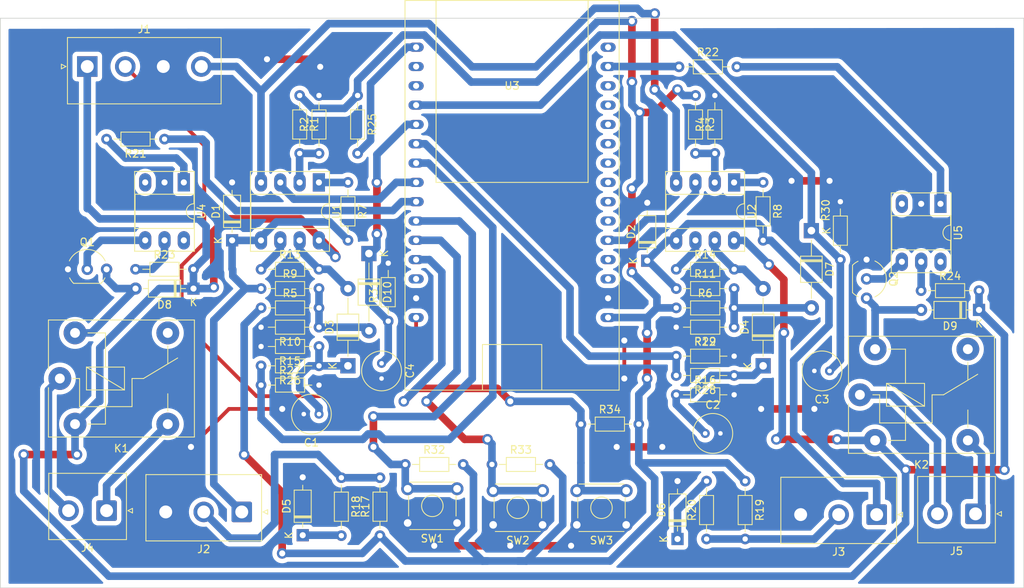
<source format=kicad_pcb>
(kicad_pcb (version 20211014) (generator pcbnew)
  (layers (0 "F.Cu" signal) (31 "B.Cu" signal) (34 "B.Paste" user) (35 "F.Paste" user) (36 "B.SilkS" user "B.Silkscreen") (37 "F.SilkS" user "F.Silkscreen") (38 "B.Mask" user) (39 "F.Mask" user) (44 "Edge.Cuts" user))
  (net 0 "")
  (net 1 "GND")
  (net 2 "-12V")
  (net 3 "+12V")
  (net 4 "+5V")
  (net 5 "/CP1_OUT")
  (net 6 "/CP2_OUT")
  (net 7 "Net-(D3-Pad2)")
  (net 8 "Net-(D4-Pad2)")
  (net 9 "/PP1_SENS")
  (net 10 "/PP2_SENS")
  (net 11 "Net-(D8-Pad2)")
  (net 12 "Net-(D9-Pad2)")
  (net 13 "/PP1_OUT")
  (net 14 "/PP2_OUT")
  (net 15 "Net-(Q1-Pad2)")
  (net 16 "Net-(Q2-Pad2)")
  (net 17 "+3V3")
  (net 18 "Net-(R1-Pad2)")
  (net 19 "Net-(R3-Pad2)")
  (net 20 "/CP1_SENS")
  (net 21 "/CP2_SENS")
  (net 22 "Net-(R7-Pad1)")
  (net 23 "Net-(R8-Pad1)")
  (net 24 "Net-(R13-Pad1)")
  (net 25 "Net-(R14-Pad1)")
  (net 26 "/Charge1")
  (net 27 "Net-(R21-Pad2)")
  (net 28 "/Charge2")
  (net 29 "Net-(R22-Pad2)")
  (net 30 "Net-(R23-Pad1)")
  (net 31 "Net-(R24-Pad1)")
  (net 32 "/CP1_PWM")
  (net 33 "/CP2_PWM")
  (net 34 "Net-(C1-Pad1)")
  (net 35 "Net-(C2-Pad1)")
  (net 37 "Net-(D7-Pad2)")
  (net 38 "/cambia_corriente")
  (net 39 "Net-(D10-Pad2)")
  (net 40 "/inicio_carga")
  (net 41 "/fin_carga")
  (net 42 "Net-(R25-Pad2)")
  (net 44 "/PWM1_Changed")
  (net 46 "/PWM2_Changed")
  (net 59 "/CP1_SENS2")
  (net 60 "/CP2_SENS2")
  (net 61 "/Neutral_1")
  (net 62 "/Neutral_2")
  (net 63 "/L1_1")
  (net 64 "/L1_2")
  (footprint "Resistor_THT:R_Axial_DIN0204_L3.6mm_D1.6mm_P7.62mm_Horizontal" (layer "F.Cu") (at 151.29 108)
    (fp_text reference "R34")
    (fp_text value "10k")
  )
  (footprint "Capacitor_THT:C_Radial_D5.0mm_H7.0mm_P2.00mm" (layer "F.Cu") (at 184 101 180)
    (fp_text reference "C3")
    (fp_text value "22u")
  )
  (footprint "Resistor_THT:R_Axial_DIN0204_L3.6mm_D1.6mm_P7.62mm_Horizontal" (layer "F.Cu") (at 163.83 90.17)
    (fp_text reference "R11")
    (fp_text value "300k")
  )
  (footprint "Resistor_THT:R_Axial_DIN0204_L3.6mm_D1.6mm_P7.62mm_Horizontal" (layer "F.Cu") (at 167.82 123.11 90)
    (fp_text reference "R20")
    (fp_text value "10k")
  )
  (footprint "Button_Switch_THT:SW_TH_Tactile_Omron_B3F-10xx" (layer "F.Cu") (at 146.25 121.25 180)
    (fp_text reference "SW2")
    (fp_text value "SW_MEC_5E")
  )
  (footprint "Resistor_THT:R_Axial_DIN0204_L3.6mm_D1.6mm_P7.62mm_Horizontal" (layer "F.Cu") (at 166.37 64.77 -90)
    (fp_text reference "R3")
    (fp_text value "100k")
  )
  (footprint "Resistor_THT:R_Axial_DIN0204_L3.6mm_D1.6mm_P7.62mm_Horizontal" (layer "F.Cu") (at 196.04 90.44)
    (fp_text reference "R24")
    (fp_text value "1k")
  )
  (footprint "Resistor_THT:R_Axial_DIN0204_L3.6mm_D1.6mm_P7.62mm_Horizontal" (layer "F.Cu") (at 119.78 115.05 -90)
    (fp_text reference "R18")
    (fp_text value "10k")
  )
  (footprint "Capacitor_THT:C_Radial_D5.0mm_H7.0mm_P2.00mm" (layer "F.Cu") (at 125.07 100 -90)
    (fp_text reference "C4")
    (fp_text value "22u")
  )
  (footprint "Connector_JST:JST_NV_B02P-NV_1x02_P5.00mm_Vertical" (layer "F.Cu") (at 203.2 119.8 180)
    (fp_text reference "J5")
    (fp_text value "Conn_01x02_Female")
  )
  (footprint "Resistor_THT:R_Axial_DIN0204_L3.6mm_D1.6mm_P7.62mm_Horizontal" (layer "F.Cu") (at 171.45 101.6 180)
    (fp_text reference "R28")
    (fp_text value "300k")
  )
  (footprint "Diode_THT:D_T-1_P10.16mm_Horizontal" (layer "F.Cu") (at 120.65 100.33 90)
    (fp_text reference "D3")
    (fp_text value "D")
  )
  (footprint "Resistor_THT:R_Axial_DIN0204_L3.6mm_D1.6mm_P7.62mm_Horizontal" (layer "F.Cu") (at 125.95 94.45 90)
    (fp_text reference "R31")
    (fp_text value "10k")
  )
  (footprint "Connector_JST:JST_NV_B04P-NV_1x04_P5.00mm_Vertical" (layer "F.Cu") (at 86.36 60.96)
    (fp_text reference "J1")
    (fp_text value "Conn_01x04_Female")
  )
  (footprint "Resistor_THT:R_Axial_DIN0204_L3.6mm_D1.6mm_P7.62mm_Horizontal" (layer "F.Cu") (at 185.42 86.36 90)
    (fp_text reference "R30")
    (fp_text value "10k")
  )
  (footprint "Resistor_THT:R_Axial_DIN0204_L3.6mm_D1.6mm_P7.62mm_Horizontal" (layer "F.Cu") (at 172.9 115.49 -90)
    (fp_text reference "R19")
    (fp_text value "1k")
  )
  (footprint "Resistor_THT:R_Axial_DIN0204_L3.6mm_D1.6mm_P7.62mm_Horizontal" (layer "F.Cu") (at 109.22 102.87)
    (fp_text reference "R27")
    (fp_text value "100k")
  )
  (footprint "Resistor_THT:R_Axial_DIN0204_L3.6mm_D1.6mm_P7.62mm_Horizontal" (layer "F.Cu") (at 109.22 92.71)
    (fp_text reference "R5")
    (fp_text value "82k")
  )
  (footprint "Package_DIP:DIP-8_W7.62mm_Socket_LongPads" (layer "F.Cu") (at 116.83 76.21 -90)
    (fp_text reference "U1")
    (fp_text value "LM358")
  )
  (footprint "Connector_JST:JST_NV_B02P-NV_1x02_P5.00mm_Vertical" (layer "F.Cu") (at 88.9 119.38 180)
    (fp_text reference "J4")
    (fp_text value "Conn_01x02_Female")
  )
  (footprint "Resistor_THT:R_Axial_DIN0204_L3.6mm_D1.6mm_P7.62mm_Horizontal" (layer "F.Cu") (at 163.83 92.71)
    (fp_text reference "R6")
    (fp_text value "82k")
  )
  (footprint "Connector_JST:JST_NV_B03P-NV_1x03_P5.00mm_Vertical" (layer "F.Cu") (at 106.68 119.55 180)
    (fp_text reference "J2")
    (fp_text value "Conn_01x03_Female")
  )
  (footprint "Button_Switch_THT:SW_TH_Tactile_Omron_B3F-10xx" (layer "F.Cu") (at 135 121 180)
    (fp_text reference "SW1")
    (fp_text value "SW_MEC_5E")
  )
  (footprint "Resistor_THT:R_Axial_DIN0204_L3.6mm_D1.6mm_P7.62mm_Horizontal" (layer "F.Cu") (at 171.45 95.25 180)
    (fp_text reference "R12")
    (fp_text value "100k")
  )
  (footprint "Resistor_THT:R_Axial_DIN0204_L3.6mm_D1.6mm_P7.62mm_Horizontal" (layer "F.Cu") (at 163.83 104.14)
    (fp_text reference "R16")
    (fp_text value "10k")
  )
  (footprint "Resistor_THT:R_Axial_DIN0204_L3.6mm_D1.6mm_P7.62mm_Horizontal" (layer "F.Cu") (at 139.59 113.3)
    (fp_text reference "R33")
    (fp_text value "10k")
  )
  (footprint "ipsotron:ESP32_Devkit_v1_doit_30pin" (layer "F.Cu") (at 142.24 76.2 -90)
    (fp_text reference "U3")
    (fp_text value "esp32_devkit_v1_doit")
  )
  (footprint "Package_TO_SOT_THT:TO-92_Inline_Wide" (layer "F.Cu") (at 83.82 87.63)
    (fp_text reference "Q1")
    (fp_text value "2N3904")
  )
  (footprint "Diode_THT:D_T-1_P10.16mm_Horizontal" (layer "F.Cu") (at 181.61 82.55 -90)
    (fp_text reference "D7")
    (fp_text value "D")
  )
  (footprint "Resistor_THT:R_Axial_DIN0204_L3.6mm_D1.6mm_P7.62mm_Horizontal" (layer "F.Cu") (at 175.26 76.2 -90)
    (fp_text reference "R8")
    (fp_text value "910")
  )
  (footprint "Relay_THT:Relay_SPDT_Finder_36.11" (layer "F.Cu") (at 187.99 104.14)
    (fp_text reference "K2")
    (fp_text value "FINDER-36.11")
  )
  (footprint "Resistor_THT:R_Axial_DIN0204_L3.6mm_D1.6mm_P7.62mm_Horizontal" (layer "F.Cu") (at 116.84 95.25 180)
    (fp_text reference "R10")
    (fp_text value "100k")
  )
  (footprint "Resistor_THT:R_Axial_DIN0204_L3.6mm_D1.6mm_P7.62mm_Horizontal" (layer "F.Cu") (at 121.92 64.77 -90)
    (fp_text reference "R25")
    (fp_text value "1k")
  )
  (footprint "Resistor_THT:R_Axial_DIN0204_L3.6mm_D1.6mm_P7.62mm_Horizontal" (layer "F.Cu") (at 92.71 87.63)
    (fp_text reference "R23")
    (fp_text value "1k")
  )
  (footprint "Resistor_THT:R_Axial_DIN0204_L3.6mm_D1.6mm_P7.62mm_Horizontal" (layer "F.Cu") (at 116.84 100.33 180)
    (fp_text reference "R26")
    (fp_text value "300k")
  )
  (footprint "Resistor_THT:R_Axial_DIN0204_L3.6mm_D1.6mm_P7.62mm_Horizontal" (layer "F.Cu") (at 164.19 61)
    (fp_text reference "R22")
    (fp_text value "1k")
  )
  (footprint "Package_DIP:DIP-8_W7.62mm_Socket_LongPads" (layer "F.Cu") (at 171.44 76.21 -90)
    (fp_text reference "U2")
    (fp_text value "LM358")
  )
  (footprint "Resistor_THT:R_Axial_DIN0204_L3.6mm_D1.6mm_P7.62mm_Horizontal" (layer "F.Cu") (at 116.84 72.39 90)
    (fp_text reference "R2")
    (fp_text value "100k")
  )
  (footprint "Resistor_THT:R_Axial_DIN0204_L3.6mm_D1.6mm_P7.62mm_Horizontal" (layer "F.Cu") (at 128.19 113.3)
    (fp_text reference "R32")
    (fp_text value "10k")
  )
  (footprint "Resistor_THT:R_Axial_DIN0204_L3.6mm_D1.6mm_P7.62mm_Horizontal" (layer "F.Cu") (at 163.83 99.06)
    (fp_text reference "R29")
    (fp_text value "100k")
  )
  (footprint "Resistor_THT:R_Axial_DIN0204_L3.6mm_D1.6mm_P7.62mm_Horizontal" (layer "F.Cu") (at 168.91 72.39 90)
    (fp_text reference "R4")
    (fp_text value "100k")
  )
  (footprint "Resistor_THT:R_Axial_DIN0204_L3.6mm_D1.6mm_P7.62mm_Horizontal" (layer "F.Cu") (at 114.3 64.77 -90)
    (fp_text reference "R1")
    (fp_text value "100k")
  )
  (footprint "Connector_JST:JST_NV_B03P-NV_1x03_P5.00mm_Vertical" (layer "F.Cu") (at 190.1975 119.9 180)
    (fp_text reference "J3")
    (fp_text value "Conn_01x03_Female")
  )
  (footprint "Diode_THT:D_DO-35_SOD27_P7.62mm_Horizontal" (layer "F.Cu") (at 164 123.11 90)
    (fp_text reference "D6")
    (fp_text value "1N4148")
  )
  (footprint "Package_DIP:DIP-6_W7.62mm_Socket_LongPads" (layer "F.Cu") (at 99.06 76.2 -90)
    (fp_text reference "U4")
    (fp_text value "4N35")
  )
  (footprint "Resistor_THT:R_Axial_DIN0204_L3.6mm_D1.6mm_P7.62mm_Horizontal" (layer "F.Cu") (at 116.84 97.79 180)
    (fp_text reference "R15")
    (fp_text value "10k")
  )
  (footprint "Capacitor_THT:C_Radial_D5.0mm_H7.0mm_P2.00mm" (layer "F.Cu") (at 167.64 109.22)
    (fp_text reference "C2")
    (fp_text value "22u")
  )
  (footprint "Relay_THT:Relay_SPDT_Finder_36.11" (layer "F.Cu") (at 82.75 102)
    (fp_text reference "K1")
    (fp_text value "FINDER-36.11")
  )
  (footprint "Diode_THT:D_DO-35_SOD27_P7.62mm_Horizontal" (layer "F.Cu") (at 203.66 92.98 180)
    (fp_text reference "D9")
    (fp_text value "D")
  )
  (footprint "Package_TO_SOT_THT:TO-92_Inline_Wide" (layer "F.Cu") (at 188.87 86.36 -90)
    (fp_text reference "Q2")
    (fp_text value "2N3904")
  )
  (footprint "Capacitor_THT:C_Radial_D5.0mm_H7.0mm_P2.00mm" (layer "F.Cu") (at 116.84 106.68 180)
    (fp_text reference "C1")
    (fp_text value "22u")
  )
  (footprint "Diode_THT:D_T-1_P10.16mm_Horizontal" (layer "F.Cu") (at 175.26 100.33 90)
    (fp_text reference "D4")
    (fp_text value "D")
  )
  (footprint "Diode_THT:D_DO-35_SOD27_P7.62mm_Horizontal" (layer "F.Cu") (at 100.33 90.17 180)
    (fp_text reference "D8")
    (fp_text value "D")
  )
  (footprint "Package_DIP:DIP-6_W7.62mm_Socket_LongPads" (layer "F.Cu") (at 198.59 79.02 -90)
    (fp_text reference "U5")
    (fp_text value "4N35")
  )
  (footprint "Button_Switch_THT:SW_TH_Tactile_Omron_B3F-10xx" (layer "F.Cu") (at 157.25 121.25 180)
    (fp_text reference "SW3")
    (fp_text value "SW_MEC_5E")
  )
  (footprint "Resistor_THT:R_Axial_DIN0204_L3.6mm_D1.6mm_P7.62mm_Horizontal" (layer "F.Cu") (at 120.65 76.2 -90)
    (fp_text reference "R7")
    (fp_text value "910")
  )
  (footprint "Diode_THT:D_DO-35_SOD27_P7.62mm_Horizontal" (layer "F.Cu") (at 105.41 83.82 90)
    (fp_text reference "D1")
    (fp_text value "D_TVS")
  )
  (footprint "Diode_THT:D_T-1_P10.16mm_Horizontal" (layer "F.Cu") (at 123.41 85.56 -90)
    (fp_text reference "D10")
    (fp_text value "D")
  )
  (footprint "Resistor_THT:R_Axial_DIN0204_L3.6mm_D1.6mm_P7.62mm_Horizontal" (layer "F.Cu") (at 109.22 87.63)
    (fp_text reference "R13")
    (fp_text value "10k")
  )
  (footprint "Resistor_THT:R_Axial_DIN0204_L3.6mm_D1.6mm_P7.62mm_Horizontal" (layer "F.Cu") (at 96.52 70.51 180)
    (fp_text reference "R21")
    (fp_text value "1k")
  )
  (footprint "Diode_THT:D_DO-35_SOD27_P7.62mm_Horizontal" (layer "F.Cu") (at 160.02 86.5 90)
    (fp_text reference "D2")
    (fp_text value "D_TVS")
  )
  (footprint "Resistor_THT:R_Axial_DIN0204_L3.6mm_D1.6mm_P7.62mm_Horizontal" (layer "F.Cu") (at 109.22 90.17)
    (fp_text reference "R9")
    (fp_text value "300k")
  )
  (footprint "Resistor_THT:R_Axial_DIN0204_L3.6mm_D1.6mm_P7.62mm_Horizontal" (layer "F.Cu") (at 124.86 122.67 90)
    (fp_text reference "R17")
    (fp_text value "1k")
  )
  (footprint "Diode_THT:D_DO-35_SOD27_P7.62mm_Horizontal" (layer "F.Cu") (at 114.7 122.61 90)
    (fp_text reference "D5")
    (fp_text value "1N4148")
  )
  (footprint "Resistor_THT:R_Axial_DIN0204_L3.6mm_D1.6mm_P7.62mm_Horizontal" (layer "F.Cu") (at 163.83 87.63)
    (fp_text reference "R14")
    (fp_text value "10k")
  )
  (gr_line (start 74.93 129.54) (end 74.93 54.61) (layer "Edge.Cuts") (width 0.1))
  (gr_line (start 209.55 129.54) (end 74.93 129.54) (layer "Edge.Cuts") (width 0.1))
  (gr_line (start 74.93 54.61) (end 209.55 54.61) (layer "Edge.Cuts") (width 0.1))
  (gr_line (start 209.55 54.61) (end 209.55 129.54) (layer "Edge.Cuts") (width 0.1))
  (segment (start 179 76) (end 184 76) (width 1) (layer "F.Cu") (net 1))
  (segment (start 142 124) (end 132 124) (width 1) (layer "F.Cu") (net 1))
  (segment (start 175 106) (end 182 106) (width 1) (layer "F.Cu") (net 1))
  (segment (start 105 106) (end 112 106) (width 0.5) (layer "F.Cu") (net 1))
  (segment (start 156 111) (end 162 111) (width 1) (layer "F.Cu") (net 1))
  (segment (start 150 124) (end 142 124) (width 1) (layer "F.Cu") (net 1))
  (segment (start 100 111) (end 105 106) (width 0.5) (layer "F.Cu") (net 1))
  (segment (start 110 60) (end 116 60) (width 1) (layer "F.Cu") (net 1))
  (segment (start 116 60) (end 117 61) (width 1) (layer "F.Cu") (net 1))
  (segment (start 157 97) (end 157 102) (width 0.5) (layer "F.Cu") (net 1))
  (via (at 175 106) (size 1.4) (drill 0.8) (layers "F.Cu" "B.Cu") (net 1))
  (via (at 132 124) (size 1.4) (drill 0.8) (layers "F.Cu" "B.Cu") (net 1))
  (via (at 182 106) (size 1.4) (drill 0.8) (layers "F.Cu" "B.Cu") (net 1))
  (via (at 142 124) (size 1.4) (drill 0.8) (layers "F.Cu" "B.Cu") (net 1))
  (via (at 110 60) (size 1.4) (drill 0.8) (layers "F.Cu" "B.Cu") (net 1))
  (via (at 184 76) (size 1.4) (drill 0.8) (layers "F.Cu" "B.Cu") (net 1))
  (via (at 157 102) (size 1.4) (drill 0.8) (layers "F.Cu" "B.Cu") (net 1))
  (via (at 100 111) (size 1.4) (drill 0.8) (layers "F.Cu" "B.Cu") (net 1))
  (via (at 117 61) (size 1.4) (drill 0.8) (layers "F.Cu" "B.Cu") (net 1))
  (via (at 179 76) (size 1.4) (drill 0.8) (layers "F.Cu" "B.Cu") (net 1))
  (via (at 150 124) (size 1.4) (drill 0.8) (layers "F.Cu" "B.Cu") (net 1))
  (via (at 156 111) (size 1.4) (drill 0.8) (layers "F.Cu" "B.Cu") (net 1))
  (via (at 157 97) (size 1.4) (drill 0.8) (layers "F.Cu" "B.Cu") (net 1))
  (via (at 112 106) (size 1.4) (drill 0.8) (layers "F.Cu" "B.Cu") (net 1))
  (via (at 162 111) (size 1.4) (drill 0.8) (layers "F.Cu" "B.Cu") (net 1))
  (segment (start 161 64) (end 161 54) (width 1) (layer "F.Cu") (net 2))
  (via (at 161 64) (size 1.4) (drill 0.8) (layers "F.Cu" "B.Cu") (net 2))
  (via (at 161 54) (size 1.4) (drill 0.8) (layers "F.Cu" "B.Cu") (net 2))
  (segment (start 101.36 60.96) (end 105.96 60.96) (width 1) (layer "B.Cu") (net 2))
  (segment (start 105.96 60.96) (end 109.21 64.21) (width 1) (layer "B.Cu") (net 2))
  (segment (start 153.081166 53.300489) (end 145.381655 61) (width 1) (layer "B.Cu") (net 2))
  (segment (start 109.21 64.21) (end 109.21 76.21) (width 1) (layer "B.Cu") (net 2))
  (segment (start 145.381655 61) (end 136.977704 61) (width 1) (layer "B.Cu") (net 2))
  (segment (start 136.977704 61) (end 131.298664 55.32096) (width 1) (layer "B.Cu") (net 2))
  (segment (start 158.703962 53.300489) (end 153.081166 53.300489) (width 1) (layer "B.Cu") (net 2))
  (segment (start 163.82 76.21) (end 163.82 66.82) (width 1) (layer "B.Cu") (net 2))
  (segment (start 161 54) (end 159.403473 54) (width 1) (layer "B.Cu") (net 2))
  (segment (start 163.82 66.82) (end 161 64) (width 1) (layer "B.Cu") (net 2))
  (segment (start 118.09904 55.32096) (end 109.21 64.21) (width 1) (layer "B.Cu") (net 2))
  (segment (start 159.403473 54) (end 158.703962 53.300489) (width 1) (layer "B.Cu") (net 2))
  (segment (start 131.298664 55.32096) (end 118.09904 55.32096) (width 1) (layer "B.Cu") (net 2))
  (segment (start 194 114) (end 207 114) (width 1) (layer "F.Cu") (net 3))
  (segment (start 177.989897 95.989883) (end 177.989897 88.989897) (width 1) (layer "F.Cu") (net 3))
  (segment (start 177.989897 88.989897) (end 176 87) (width 1) (layer "F.Cu") (net 3))
  (segment (start 103 82.630978) (end 103 90) (width 1) (layer "F.Cu") (net 3))
  (segment (start 78 112) (end 85 112) (width 1) (layer "F.Cu") (net 3))
  (segment (start 119 85.595095) (end 114.404905 81) (width 1) (layer "F.Cu") (net 3))
  (segment (start 177 110) (end 185 110) (width 1) (layer "F.Cu") (net 3))
  (segment (start 119 86) (end 119 85.595095) (width 1) (layer "F.Cu") (net 3))
  (segment (start 114.404905 81) (end 104.630978 81) (width 1) (layer "F.Cu") (net 3))
  (segment (start 104.630978 81) (end 103 82.630978) (width 1) (layer "F.Cu") (net 3))
  (via (at 85 112) (size 1.4) (drill 0.8) (layers "F.Cu" "B.Cu") (net 3))
  (via (at 185 110) (size 1.4) (drill 0.8) (layers "F.Cu" "B.Cu") (net 3))
  (via (at 78 112) (size 1.4) (drill 0.8) (layers "F.Cu" "B.Cu") (net 3))
  (via (at 176 87) (size 1.4) (drill 0.8) (layers "F.Cu" "B.Cu") (net 3))
  (via (at 177.989897 95.989883) (size 1.4) (drill 0.8) (layers "F.Cu" "B.Cu") (net 3))
  (via (at 194 114) (size 1.4) (drill 0.8) (layers "F.Cu" "B.Cu") (net 3))
  (via (at 103 90) (size 1.4) (drill 0.8) (layers "F.Cu" "B.Cu") (net 3))
  (via (at 119 86) (size 1.4) (drill 0.8) (layers "F.Cu" "B.Cu") (net 3))
  (via (at 177 110) (size 1.4) (drill 0.8) (layers "F.Cu" "B.Cu") (net 3))
  (via (at 207 114) (size 1.4) (drill 0.8) (layers "F.Cu" "B.Cu") (net 3))
  (segment (start 87.75 105) (end 84.75 108) (width 1) (layer "B.Cu") (net 3))
  (segment (start 116.83 83.83) (end 119 86) (width 1) (layer "B.Cu") (net 3))
  (segment (start 193.85 114) (end 194 114) (width 1) (layer "B.Cu") (net 3))
  (segment (start 207 114) (end 207 96.32) (width 1) (layer "B.Cu") (net 3))
  (segment (start 177.989897 95.989883) (end 177.780969 96.198811) (width 1) (layer "B.Cu") (net 3))
  (segment (start 95.83 90.17) (end 88 98) (width 1) (layer "B.Cu") (net 3))
  (segment (start 100.33 90.17) (end 102.83 90.17) (width 1) (layer "B.Cu") (net 3))
  (segment (start 189.99 110.14) (end 193.85 114) (width 1) (layer "B.Cu") (net 3))
  (segment (start 207 96.32) (end 203.66 92.98) (width 1) (layer "B.Cu") (net 3))
  (segment (start 171.44 83.83) (end 172.83 83.83) (width 1) (layer "B.Cu") (net 3))
  (segment (start 86.36 79.64) (end 86.36 60.96) (width 1) (layer "B.Cu") (net 3))
  (segment (start 177.780969 109.219031) (end 177 110) (width 1) (layer "B.Cu") (net 3))
  (segment (start 187 128) (end 194 121) (width 1) (layer "B.Cu") (net 3))
  (segment (start 185.14 110.14) (end 185 110) (width 1) (layer "B.Cu") (net 3))
  (segment (start 102 82) (end 101 81) (width 1) (layer "B.Cu") (net 3))
  (segment (start 102.83 90.17) (end 103 90) (width 1) (layer "B.Cu") (net 3))
  (segment (start 84.75 108) (end 84.75 111.75) (width 1) (layer "B.Cu") (net 3))
  (segment (start 203.66 90.44) (end 203.66 92.98) (width 1) (layer "B.Cu") (net 3))
  (segment (start 189.99 110.14) (end 185.14 110.14) (width 1) (layer "B.Cu") (net 3))
  (segment (start 88 98) (end 88 105) (width 1) (layer "B.Cu") (net 3))
  (segment (start 194 121) (end 194 114) (width 1) (layer "B.Cu") (net 3))
  (segment (start 100.33 90.17) (end 95.83 90.17) (width 1) (layer "B.Cu") (net 3))
  (segment (start 102 85.96) (end 102 82) (width 1) (layer "B.Cu") (net 3))
  (segment (start 172.83 83.83) (end 176 87) (width 1) (layer "B.Cu") (net 3))
  (segment (start 86.36 79.64) (end 86.64 79.64) (width 1) (layer "B.Cu") (net 3))
  (segment (start 78 116.802711) (end 89.197289 128) (width 1) (layer "B.Cu") (net 3))
  (segment (start 100.33 87.63) (end 100.33 90.17) (width 1) (layer "B.Cu") (net 3))
  (segment (start 100.33 87.63) (end 102 85.96) (width 1) (layer "B.Cu") (net 3))
  (segment (start 85 112) (end 84.75 111.75) (width 1) (layer "B.Cu") (net 3))
  (segment (start 78 112) (end 78 116.802711) (width 1) (layer "B.Cu") (net 3))
  (segment (start 89.197289 128) (end 187 128) (width 1) (layer "B.Cu") (net 3))
  (segment (start 88 105) (end 87.75 105) (width 1) (layer "B.Cu") (net 3))
  (segment (start 86.64 79.64) (end 88 81) (width 1) (layer "B.Cu") (net 3))
  (segment (start 177.780969 96.198811) (end 177.780969 109.219031) (width 1) (layer "B.Cu") (net 3))
  (segment (start 101 81) (end 88 81) (width 1) (layer "B.Cu") (net 3))
  (segment (start 129.615 99.385) (end 129.615 93.98) (width 0.5) (layer "F.Cu") (net 4))
  (segment (start 98.780489 94.480408) (end 108.619592 104.319511) (width 0.5) (layer "F.Cu") (net 4))
  (segment (start 91.36 60.96) (end 101.75048 71.35048) (width 0.5) (layer "F.Cu") (net 4))
  (segment (start 101.75048 84.159601) (end 98.780489 87.129592) (width 0.5) (layer "F.Cu") (net 4))
  (segment (start 101.75048 71.35048) (end 101.75048 84.159601) (width 0.5) (layer "F.Cu") (net 4))
  (segment (start 108.619592 104.319511) (end 124.680489 104.319511) (width 0.5) (layer "F.Cu") (net 4))
  (segment (start 124.680489 104.319511) (end 129.615 99.385) (width 0.5) (layer "F.Cu") (net 4))
  (segment (start 98.780489 87.129592) (end 98.780489 94.480408) (width 0.5) (layer "F.Cu") (net 4))
  (segment (start 105.5 87.68) (end 105.5 88.5) (width 1) (layer "B.Cu") (net 5))
  (segment (start 109.22 90.17) (end 107.17 90.17) (width 1) (layer "B.Cu") (net 5))
  (segment (start 105.42 83.83) (end 105.41 83.82) (width 1) (layer "B.Cu") (net 5))
  (segment (start 109.21 83.425095) (end 109.21 83.83) (width 1) (layer "B.Cu") (net 5))
  (segment (start 105.41 87.59) (end 105.5 87.68) (width 1) (layer "B.Cu") (net 5))
  (segment (start 105.41 87.59) (end 105.41 83.82) (width 1) (layer "B.Cu") (net 5))
  (segment (start 103 115.87) (end 103 94.34) (width 1) (layer "B.Cu") (net 5))
  (segment (start 103 94.34) (end 107.17 90.17) (width 1) (layer "B.Cu") (net 5))
  (segment (start 107.17 90.17) (end 105.5 88.5) (width 1) (layer "B.Cu") (net 5))
  (segment (start 111.226535 81.40856) (end 109.21 83.425095) (width 1) (layer "B.Cu") (net 5))
  (segment (start 120.65 83.82) (end 118.23856 81.40856) (width 1) (layer "B.Cu") (net 5))
  (segment (start 106.68 119.55) (end 103 115.87) (width 1) (layer "B.Cu") (net 5))
  (segment (start 109.21 83.83) (end 105.42 83.83) (width 1) (layer "B.Cu") (net 5))
  (segment (start 118.23856 81.40856) (end 111.226535 81.40856) (width 1) (layer "B.Cu") (net 5))
  (segment (start 179.280489 99.639991) (end 179.280489 109.280489) (width 1) (layer "B.Cu") (net 6))
  (segment (start 175.26 83.82) (end 176.249949 83.82) (width 1) (layer "B.Cu") (net 6))
  (segment (start 163.82 83.83) (end 162.69 83.83) (width 1) (layer "B.Cu") (net 6))
  (segment (start 190.1975 115.804471) (end 190.1975 119.9) (width 1) (layer "B.Cu") (net 6))
  (segment (start 160.02 86.5) (end 160.16 86.5) (width 1) (layer "B.Cu") (net 6))
  (segment (start 165.36952 81.63048) (end 174.63048 81.63048) (width 1) (layer "B.Cu") (net 6))
  (segment (start 183.92048 91.490531) (end 183.92048 95) (width 1) (layer "B.Cu") (net 6))
  (segment (start 185.804471 115.804471) (end 190.1975 115.804471) (width 1) (layer "B.Cu") (net 6))
  (segment (start 179.280489 109.280489) (end 185.804471 115.804471) (width 1) (layer "B.Cu") (net 6))
  (segment (start 162.69 83.83) (end 160.02 86.5) (width 1) (layer "B.Cu") (net 6))
  (segment (start 175.26 83.82) (end 175.26 82.26) (width 1) (layer "B.Cu") (net 6))
  (segment (start 163.82 83.18) (end 165.36952 81.63048) (width 1) (layer "B.Cu") (net 6))
  (segment (start 175.26 82.26) (end 174.63048 81.63048) (width 1) (layer "B.Cu") (net 6))
  (segment (start 183.92048 95) (end 179.280489 99.639991) (width 1) (layer "B.Cu") (net 6))
  (segment (start 163.82 83.83) (end 163.82 83.18) (width 1) (layer "B.Cu") (net 6))
  (segment (start 176.249949 83.82) (end 183.92048 91.490531) (width 1) (layer "B.Cu") (net 6))
  (segment (start 160.16 86.5) (end 163.83 90.17) (width 1) (layer "B.Cu") (net 6))
  (segment (start 116.84 87.63) (end 118.11 87.63) (width 1) (layer "B.Cu") (net 7))
  (segment (start 118.11 87.63) (end 120.65 90.17) (width 1) (layer "B.Cu") (net 7))
  (segment (start 114.29 83.83) (end 114.29 85.08) (width 1) (layer "B.Cu") (net 7))
  (segment (start 114.29 85.08) (end 116.84 87.63) (width 1) (layer "B.Cu") (net 7))
  (segment (start 168.9 85.08) (end 171.45 87.63) (width 1) (layer "B.Cu") (net 8))
  (segment (start 172.72 87.63) (end 175.26 90.17) (width 1) (layer "B.Cu") (net 8))
  (segment (start 171.45 87.63) (end 172.72 87.63) (width 1) (layer "B.Cu") (net 8))
  (segment (start 168.9 83.83) (end 168.9 85.08) (width 1) (layer "B.Cu") (net 8))
  (segment (start 119.72 122.61) (end 119.78 122.67) (width 1) (layer "B.Cu") (net 9))
  (segment (start 114.7 122.61) (end 119.72 122.61) (width 1) (layer "B.Cu") (net 9))
  (segment (start 164 123.11) (end 164 119.31) (width 1) (layer "B.Cu") (net 10))
  (segment (start 164 119.31) (end 167.82 115.49) (width 1) (layer "B.Cu") (net 10))
  (segment (start 88.9 87.63) (end 88.9 88.9) (width 1) (layer "B.Cu") (net 11))
  (segment (start 88.9 88.9) (end 90.17 90.17) (width 1) (layer "B.Cu") (net 11))
  (segment (start 84.75 96) (end 86.88 96) (width 1) (layer "B.Cu") (net 11))
  (segment (start 86.88 96) (end 92.71 90.17) (width 1) (layer "B.Cu") (net 11))
  (segment (start 90.17 90.17) (end 92.71 90.17) (width 1) (layer "B.Cu") (net 11))
  (segment (start 196.04 92.98) (end 190.02 92.98) (width 1) (layer "B.Cu") (net 12))
  (segment (start 189.99 93.01) (end 189.99 92.56) (width 1) (layer "B.Cu") (net 12))
  (segment (start 189.99 92.56) (end 188.87 91.44) (width 1) (layer "B.Cu") (net 12))
  (segment (start 190.02 92.98) (end 189.99 93.01) (width 1) (layer "B.Cu") (net 12))
  (segment (start 189.99 98.14) (end 189.99 93.01) (width 1) (layer "B.Cu") (net 12))
  (segment (start 111 112) (end 116.73 112) (width 1) (layer "B.Cu") (net 13))
  (segment (start 105.13 123) (end 109 123) (width 1) (layer "B.Cu") (net 13))
  (segment (start 116.73 112) (end 119.78 115.05) (width 1) (layer "B.Cu") (net 13))
  (segment (start 109 123) (end 111 121) (width 1) (layer "B.Cu") (net 13))
  (segment (start 101.68 119.55) (end 105.13 123) (width 1) (layer "B.Cu") (net 13))
  (segment (start 124.86 115.05) (end 119.78 115.05) (width 1) (layer "B.Cu") (net 13))
  (segment (start 111 121) (end 111 112) (width 1) (layer "B.Cu") (net 13))
  (segment (start 172.9 123.11) (end 181.9875 123.11) (width 1) (layer "B.Cu") (net 14))
  (segment (start 181.9875 123.11) (end 185.1975 119.9) (width 1) (layer "B.Cu") (net 14))
  (segment (start 167.82 123.11) (end 172.9 123.11) (width 1) (layer "B.Cu") (net 14))
  (segment (start 86.36 85.64) (end 86.36 87.63) (width 1) (layer "B.Cu") (net 15))
  (segment (start 93.98 83.82) (end 88.18 83.82) (width 1) (layer "B.Cu") (net 15))
  (segment (start 88.18 83.82) (end 86.36 85.64) (width 1) (layer "B.Cu") (net 15))
  (segment (start 191.25 88.9) (end 193.51 86.64) (width 1) (layer "B.Cu") (net 16))
  (segment (start 188.87 88.9) (end 191.25 88.9) (width 1) (layer "B.Cu") (net 16))
  (segment (start 159 67) (end 161 67) (width 1) (layer "F.Cu") (net 17))
  (segment (start 160 96) (end 160 102) (width 1) (layer "F.Cu") (net 17))
  (segment (start 158 63) (end 158 55) (width 1) (layer "F.Cu") (net 17))
  (segment (start 112 117) (end 112 125) (width 1) (layer "F.Cu") (net 17))
  (segment (start 158 77) (end 158 88) (width 1) (layer "F.Cu") (net 17))
  (segment (start 161 67) (end 164 64) (width 1) (layer "F.Cu") (net 17))
  (segment (start 107 112) (end 112 117) (width 1) (layer "F.Cu") (net 17))
  (via (at 159 67) (size 1.4) (drill 0.8) (layers "F.Cu" "B.Cu") (net 17))
  (via (at 160 96) (size 1.4) (drill 0.8) (layers "F.Cu" "B.Cu") (net 17))
  (via (at 158 55) (size 1.4) (drill 0.8) (layers "F.Cu" "B.Cu") (net 17))
  (via (at 112 125) (size 1.4) (drill 0.8) (layers "F.Cu" "B.Cu") (net 17))
  (via (at 107 112) (size 1.4) (drill 0.8) (layers "F.Cu" "B.Cu") (net 17))
  (via (at 158 77) (size 1.4) (drill 0.8) (layers "F.Cu" "B.Cu") (net 17))
  (via (at 158 63) (size 1.4) (drill 0.8) (layers "F.Cu" "B.Cu") (net 17))
  (via (at 158 88) (size 1.4) (drill 0.8) (layers "F.Cu" "B.Cu") (net 17))
  (via (at 164 64) (size 1.4) (drill 0.8) (layers "F.Cu" "B.Cu") (net 17))
  (via (at 160 102) (size 1.4) (drill 0.8) (layers "F.Cu" "B.Cu") (net 17))
  (segment (start 137.16 121.92) (end 135.71 123.37) (width 1) (layer "B.Cu") (net 17))
  (segment (start 127.893878 56.82048) (end 130.677542 56.82048) (width 1) (layer "B.Cu") (net 17))
  (segment (start 136.857062 63) (end 145.502297 63) (width 1) (layer "B.Cu") (net 17))
  (segment (start 161 120.115605) (end 161 115.19) (width 1) (layer "B.Cu") (net 17))
  (segment (start 170.51 113.1) (end 158.91 113.1) (width 1) (layer "B.Cu") (net 17))
  (segment (start 144.115605 126) (end 145.115605 125) (width 1) (layer "B.Cu") (net 17))
  (segment (start 120.220489 66.469511) (end 121.92 64.77) (width 1) (layer "B.Cu") (net 17))
  (segment (start 112 125) (end 122.53 125) (width 1) (layer "B.Cu") (net 17))
  (segment (start 159 76) (end 158 77) (width 1) (layer "B.Cu") (net 17))
  (segment (start 158 88) (end 161.29 91.29) (width 1) (layer "B.Cu") (net 17))
  (segment (start 135.81 113.3) (end 137.16 114.65) (width 1) (layer "B.Cu") (net 17))
  (segment (start 138.34 126) (end 144.115605 126) (width 1) (layer "B.Cu") (net 17))
  (segment (start 160 103) (end 160 102) (width 1) (layer "B.Cu") (net 17))
  (segment (start 154.865 93.98) (end 160.02 93.98) (width 1) (layer "B.Cu") (net 17))
  (segment (start 161 115.19) (end 158.91 113.1) (width 1) (layer "B.Cu") (net 17))
  (segment (start 164 64) (end 164.77 64.77) (width 1) (layer "B.Cu") (net 17))
  (segment (start 166.37 64.77) (end 164.77 64.77) (width 1) (layer "B.Cu") (net 17))
  (segment (start 128.19 126) (end 124.86 122.67) (width 1) (layer "B.Cu") (net 17))
  (segment (start 143 126) (end 155.115605 126) (width 1) (layer "B.Cu") (net 17))
  (segment (start 159 67) (end 159 76) (width 1) (layer "B.Cu") (net 17))
  (segment (start 155.115605 126) (end 161 120.115605) (width 1) (layer "B.Cu") (net 17))
  (segment (start 161.29 92.71) (end 163.83 92.71) (width 1) (layer "B.Cu") (net 17))
  (segment (start 145.115605 125) (end 146.745605 123.37) (width 1) (layer "B.Cu") (net 17))
  (segment (start 135.71 123.37) (end 138.34 126) (width 1) (layer "B.Cu") (net 17))
  (segment (start 130.677542 56.82048) (end 136.857062 63) (width 1) (layer "B.Cu") (net 17))
  (segment (start 160.02 95.98) (end 160 96) (width 1) (layer "B.Cu") (net 17))
  (segment (start 158.91 113.1) (end 158.91 104.09) (width 1) (layer "B.Cu") (net 17))
  (segment (start 172.9 115.49) (end 170.51 113.1) (width 1) (layer "B.Cu") (net 17))
  (segment (start 158.91 104.09) (end 160 103) (width 1) (layer "B.Cu") (net 17))
  (segment (start 153.502297 55) (end 158 55) (width 1) (layer "B.Cu") (net 17))
  (segment (start 121.92 62.794358) (end 127.893878 56.82048) (width 1) (layer "B.Cu") (net 17))
  (segment (start 146.745605 123.37) (end 148.900489 121.215116) (width 1) (layer "B.Cu") (net 17))
  (segment (start 114.3 64.77) (end 115.999511 66.469511) (width 1) (layer "B.Cu") (net 17))
  (segment (start 115.999511 66.469511) (end 120.220489 66.469511) (width 1) (layer "B.Cu") (net 17))
  (segment (start 158 66) (end 159 67) (width 1) (layer "B.Cu") (net 17))
  (segment (start 148.900489 121.215116) (end 148.900489 114.990489) (width 1) (layer "B.Cu") (net 17))
  (segment (start 137.16 114.65) (end 137.16 121.92) (width 1) (layer "B.Cu") (net 17))
  (segment (start 160.02 93.98) (end 160.02 95.98) (width 1) (layer "B.Cu") (net 17))
  (segment (start 139 126) (end 128.19 126) (width 1) (layer "B.Cu") (net 17))
  (segment (start 160.02 93.98) (end 161.29 92.71) (width 1) (layer "B.Cu") (net 17))
  (segment (start 109.22 92.71) (end 107 94.93) (width 1) (layer "B.Cu") (net 17))
  (segment (start 122.53 125) (end 124.86 122.67) (width 1) (layer "B.Cu") (net 17))
  (segment (start 158 63) (end 158 66) (width 1) (layer "B.Cu") (net 17))
  (segment (start 145.502297 63) (end 153.502297 55) (width 1) (layer "B.Cu") (net 17))
  (segment (start 121.92 64.77) (end 121.92 62.794358) (width 1) (layer "B.Cu") (net 17))
  (segment (start 107 94.93) (end 107 112) (width 1) (layer "B.Cu") (net 17))
  (segment (start 148.900489 114.990489) (end 147.21 113.3) (width 1) (layer "B.Cu") (net 17))
  (segment (start 161.29 91.29) (end 161.29 92.71) (width 1) (layer "B.Cu") (net 17))
  (segment (start 114.3 72.39) (end 116.84 72.39) (width 1) (layer "B.Cu") (net 18))
  (segment (start 114.29 76.21) (end 114.29 72.4) (width 1) (layer "B.Cu") (net 18))
  (segment (start 114.29 72.4) (end 114.3 72.39) (width 1) (layer "B.Cu") (net 18))
  (segment (start 168.91 72.39) (end 168.91 76.2) (width 1) (layer "B.Cu") (net 19))
  (segment (start 168.91 76.2) (end 168.9 76.21) (width 1) (layer "B.Cu") (net 19))
  (segment (start 166.37 72.39) (end 168.91 72.39) (width 1) (layer "B.Cu") (net 19))
  (segment (start 124.46 76.2) (end 124.46 83) (width 1) (layer "F.Cu") (net 20))
  (via (at 124.46 76.2) (size 1.4) (drill 0.8) (layers "F.Cu" "B.Cu") (net 20))
  (via (at 124.46 83) (size 1.4) (drill 0.8) (layers "F.Cu" "B.Cu") (net 20))
  (segment (start 123.41 91.91) (end 125.95 94.45) (width 1) (layer "B.Cu") (net 20))
  (segment (start 125.95 99.12) (end 125.07 100) (width 1) (layer "B.Cu") (net 20))
  (segment (start 124.46 83) (end 124.46 84.76) (width 1) (layer "B.Cu") (net 20))
  (segment (start 123.41 85.56) (end 123.41 91.91) (width 1) (layer "B.Cu") (net 20))
  (segment (start 124.46 72.535) (end 124.46 76.2) (width 1) (layer "B.Cu") (net 20))
  (segment (start 125.95 94.45) (end 125.95 99.12) (width 1) (layer "B.Cu") (net 20))
  (segment (start 129.615 68.58) (end 128.415 68.58) (width 1) (layer "B.Cu") (net 20))
  (segment (start 124.46 84.76) (end 123.66 85.56) (width 1) (layer "B.Cu") (net 20))
  (segment (start 123.66 85.56) (end 123.41 85.56) (width 1) (layer "B.Cu") (net 20))
  (segment (start 128.415 68.58) (end 124.46 72.535) (width 1) (layer "B.Cu") (net 20))
  (segment (start 163.50048 56.82048) (end 181.61 74.93) (width 1) (layer "B.Cu") (net 21))
  (segment (start 153.802458 56.82048) (end 163.50048 56.82048) (width 1) (layer "B.Cu") (net 21))
  (segment (start 181.61 82.55) (end 185.42 86.36) (width 1) (layer "B.Cu") (net 21))
  (segment (start 185.42 86.36) (end 185.42 96.58) (width 1) (layer "B.Cu") (net 21))
  (segment (start 181.61 74.93) (end 181.61 82.55) (width 1) (layer "B.Cu") (net 21))
  (segment (start 129.615 66.04) (end 145.96 66.04) (width 1) (layer "B.Cu") (net 21))
  (segment (start 145.96 66.04) (end 151.622938 60.377062) (width 1) (layer "B.Cu") (net 21))
  (segment (start 185.42 99.58) (end 185.42 96.58) (width 1) (layer "B.Cu") (net 21))
  (segment (start 151.622938 59) (end 153.802458 56.82048) (width 1) (layer "B.Cu") (net 21))
  (segment (start 151.622938 60.377062) (end 151.622938 59) (width 1) (layer "B.Cu") (net 21))
  (segment (start 184 101) (end 185.42 99.58) (width 1) (layer "B.Cu") (net 21))
  (segment (start 116.83 76.21) (end 120.64 76.21) (width 1) (layer "B.Cu") (net 22))
  (segment (start 120.64 76.21) (end 120.65 76.2) (width 1) (layer "B.Cu") (net 22))
  (segment (start 171.44 76.21) (end 175.25 76.21) (width 1) (layer "B.Cu") (net 23))
  (segment (start 175.25 76.21) (end 175.26 76.2) (width 1) (layer "B.Cu") (net 23))
  (segment (start 111.75 85.1) (end 109.22 87.63) (width 1) (layer "B.Cu") (net 24))
  (segment (start 111.75 83.83) (end 111.75 85.1) (width 1) (layer "B.Cu") (net 24))
  (segment (start 166.36 83.83) (end 166.36 85.1) (width 1) (layer "B.Cu") (net 25))
  (segment (start 166.36 85.1) (end 163.83 87.63) (width 1) (layer "B.Cu") (net 25))
  (segment (start 126.555411 79.90904) (end 105.90904 79.90904) (width 1) (layer "B.Cu") (net 26))
  (segment (start 101.51 70.51) (end 96.52 70.51) (width 1) (layer "B.Cu") (net 26))
  (segment (start 102 76) (end 102 71) (width 1) (layer "B.Cu") (net 26))
  (segment (start 105.90904 79.90904) (end 102 76) (width 1) (layer "B.Cu") (net 26))
  (segment (start 127.724451 78.74) (end 126.555411 79.90904) (width 1) (layer "B.Cu") (net 26))
  (segment (start 102 71) (end 101.51 70.51) (width 1) (layer "B.Cu") (net 26))
  (segment (start 129.615 78.74) (end 127.724451 78.74) (width 1) (layer "B.Cu") (net 26))
  (segment (start 91.39 73) (end 88.9 70.51) (width 1) (layer "B.Cu") (net 27))
  (segment (start 99.06 76.2) (end 99.06 74) (width 1) (layer "B.Cu") (net 27))
  (segment (start 98.06 73) (end 91.39 73) (width 1) (layer "B.Cu") (net 27))
  (segment (start 99.06 74) (end 98.06 73) (width 1) (layer "B.Cu") (net 27))
  (segment (start 154.865 60.96) (end 163.96 60.96) (width 1) (layer "B.Cu") (net 28))
  (segment (start 163.96 60.96) (end 164 61) (width 1) (layer "B.Cu") (net 28))
  (segment (start 171.81 61) (end 185 61) (width 1) (layer "B.Cu") (net 29))
  (segment (start 198.59 79.02) (end 198.59 74.59) (width 1) (layer "B.Cu") (net 29))
  (segment (start 198.59 74.59) (end 197.5 73.5) (width 1) (layer "B.Cu") (net 29))
  (segment (start 185 61) (end 197.5 73.5) (width 1) (layer "B.Cu") (net 29))
  (segment (start 96.52 86.02) (end 94.91 87.63) (width 1) (layer "B.Cu") (net 30))
  (segment (start 96.52 83.82) (end 96.52 86.02) (width 1) (layer "B.Cu") (net 30))
  (segment (start 94.91 87.63) (end 92.71 87.63) (width 1) (layer "B.Cu") (net 30))
  (segment (start 196.05 90.43) (end 196.04 90.44) (width 1) (layer "B.Cu") (net 31))
  (segment (start 196.05 86.64) (end 196.05 90.43) (width 1) (layer "B.Cu") (net 31))
  (segment (start 124.79048 78.40952) (end 127 76.2) (width 1) (layer "B.Cu") (net 32))
  (segment (start 113.544615 78.40952) (end 124.79048 78.40952) (width 1) (layer "B.Cu") (net 32))
  (segment (start 111.75 76.21) (end 111.75 76.614905) (width 1) (layer "B.Cu") (net 32))
  (segment (start 127 76.2) (end 129.615 76.2) (width 1) (layer "B.Cu") (net 32))
  (segment (start 111.75 76.614905) (end 113.544615 78.40952) (width 1) (layer "B.Cu") (net 32))
  (segment (start 166.36 77.64) (end 166.36 76.21) (width 1) (layer "B.Cu") (net 33))
  (segment (start 154.865 83.82) (end 157.18 83.82) (width 1) (layer "B.Cu") (net 33))
  (segment (start 163 81) (end 166.36 77.64) (width 1) (layer "B.Cu") (net 33))
  (segment (start 157.18 83.82) (end 160 81) (width 1) (layer "B.Cu") (net 33))
  (segment (start 160 81) (end 163 81) (width 1) (layer "B.Cu") (net 33))
  (segment (start 114.3 101.6) (end 115.57 100.33) (width 1) (layer "B.Cu") (net 34))
  (segment (start 120.65 100.33) (end 116.84 100.33) (width 1) (layer "B.Cu") (net 34))
  (segment (start 115.57 100.33) (end 116.84 100.33) (width 1) (layer "B.Cu") (net 34))
  (segment (start 114.3 103.291472) (end 114.3 101.6) (width 1) (layer "B.Cu") (net 34))
  (segment (start 116.84 106.68) (end 116.84 105.831472) (width 1) (layer "B.Cu") (net 34))
  (segment (start 116.84 105.831472) (end 114.3 103.291472) (width 1) (layer "B.Cu") (net 34))
  (segment (start 116.84 100.33) (end 116.84 97.79) (width 1) (layer "B.Cu") (net 34))
  (segment (start 168.4 101.6) (end 171.45 101.6) (width 1) (layer "B.Cu") (net 35))
  (segment (start 163.83 104.14) (end 163.83 105.41) (width 1) (layer "B.Cu") (net 35))
  (segment (start 163.83 105.41) (end 167.64 109.22) (width 1) (layer "B.Cu") (net 35))
  (segment (start 163.83 104.14) (end 165.86 104.14) (width 1) (layer "B.Cu") (net 35))
  (segment (start 173.99 101.6) (end 175.26 100.33) (width 1) (layer "B.Cu") (net 35))
  (segment (start 171.45 101.6) (end 173.99 101.6) (width 1) (layer "B.Cu") (net 35))
  (segment (start 165.86 104.14) (end 168.4 101.6) (width 1) (layer "B.Cu") (net 35))
  (segment (start 171.45 95.25) (end 171.45 92.71) (width 1) (layer "B.Cu") (net 37))
  (segment (start 171.45 92.71) (end 181.61 92.71) (width 1) (layer "B.Cu") (net 37))
  (segment (start 171.45 90.17) (end 171.45 92.71) (width 1) (layer "B.Cu") (net 37))
  (segment (start 128 105) (end 129.699511 103.300489) (width 1) (layer "F.Cu") (net 38))
  (segment (start 140.300489 103.300489) (end 142 105) (width 1) (layer "F.Cu") (net 38))
  (segment (start 129.699511 103.300489) (end 140.300489 103.300489) (width 1) (layer "F.Cu") (net 38))
  (via (at 128 105) (size 1.4) (drill 0.8) (layers "F.Cu" "B.Cu") (net 38))
  (via (at 142 105) (size 1.4) (drill 0.8) (layers "F.Cu" "B.Cu") (net 38))
  (segment (start 151.29 113.1) (end 151.29 106.29) (width 1) (layer "B.Cu") (net 38))
  (segment (start 129.615 86.36) (end 131.36 86.36) (width 1) (layer "B.Cu") (net 38))
  (segment (start 131.36 86.36) (end 133 88) (width 1) (layer "B.Cu") (net 38))
  (segment (start 150.75 116.75) (end 157.25 116.75) (width 1) (layer "B.Cu") (net 38))
  (segment (start 151.29 113.1) (end 151.29 116.21) (width 1) (layer "B.Cu") (net 38))
  (segment (start 151.29 106.29) (end 150 105) (width 1) (layer "B.Cu") (net 38))
  (segment (start 133 88) (end 133 100) (width 1) (layer "B.Cu") (net 38))
  (segment (start 150 105) (end 142 105) (width 1) (layer "B.Cu") (net 38))
  (segment (start 133 100) (end 128 105) (width 1) (layer "B.Cu") (net 38))
  (segment (start 151.29 116.21) (end 150.75 116.75) (width 1) (layer "B.Cu") (net 38))
  (segment (start 116.84 95.25) (end 122.94 95.25) (width 1) (layer "B.Cu") (net 39))
  (segment (start 116.84 92.71) (end 116.84 95.25) (width 1) (layer "B.Cu") (net 39))
  (segment (start 122.94 95.25) (end 123.41 95.72) (width 1) (layer "B.Cu") (net 39))
  (segment (start 116.84 90.17) (end 116.84 92.71) (width 1) (layer "B.Cu") (net 39))
  (segment (start 124 107) (end 124 111) (width 1) (layer "F.Cu") (net 40))
  (via (at 124 107) (size 1.4) (drill 0.8) (layers "F.Cu" "B.Cu") (net 40))
  (via (at 124 111) (size 1.4) (drill 0.8) (layers "F.Cu" "B.Cu") (net 40))
  (segment (start 132 107) (end 124 107) (width 1) (layer "B.Cu") (net 40))
  (segment (start 126.3 113.3) (end 124 111) (width 1) (layer "B.Cu") (net 40))
  (segment (start 128.19 113.3) (end 126.3 113.3) (width 1) (layer "B.Cu") (net 40))
  (segment (start 128.5 116.5) (end 135 116.5) (width 1) (layer "B.Cu") (net 40))
  (segment (start 129.615 81.28) (end 135.28 81.28) (width 1) (layer "B.Cu") (net 40))
  (segment (start 137 83) (end 137 102) (width 1) (layer "B.Cu") (net 40))
  (segment (start 137 102) (end 132 107) (width 1) (layer "B.Cu") (net 40))
  (segment (start 135.28 81.28) (end 137 83) (width 1) (layer "B.Cu") (net 40))
  (segment (start 128.19 113.3) (end 128.19 116.19) (width 1) (layer "B.Cu") (net 40))
  (segment (start 128.19 116.19) (end 128.5 116.5) (width 1) (layer "B.Cu") (net 40))
  (segment (start 131 105) (end 136 110) (width 1) (layer "F.Cu") (net 41))
  (segment (start 136 110) (end 139 110) (width 1) (layer "F.Cu") (net 41))
  (via (at 131 105) (size 1.4) (drill 0.8) (layers "F.Cu" "B.Cu") (net 41))
  (via (at 139 110) (size 1.4) (drill 0.8) (layers "F.Cu" "B.Cu") (net 41))
  (segment (start 139.59 113.3) (end 139.59 116.59) (width 1) (layer "B.Cu") (net 41))
  (segment (start 135 101) (end 131 105) (width 1) (layer "B.Cu") (net 41))
  (segment (start 139.75 116.75) (end 146.25 116.75) (width 1) (layer "B.Cu") (net 41))
  (segment (start 129.615 83.82) (end 132.82 83.82) (width 1) (layer "B.Cu") (net 41))
  (segment (start 139.59 113.3) (end 139.59 110.59) (width 1) (layer "B.Cu") (net 41))
  (segment (start 139.59 110.59) (end 139 110) (width 1) (layer "B.Cu") (net 41))
  (segment (start 135 86) (end 135 101) (width 1) (layer "B.Cu") (net 41))
  (segment (start 139.59 116.59) (end 139.75 116.75) (width 1) (layer "B.Cu") (net 41))
  (segment (start 132.82 83.82) (end 135 86) (width 1) (layer "B.Cu") (net 41))
  (segment (start 123.619511 63.215489) (end 123.619511 70.690489) (width 1) (layer "B.Cu") (net 42))
  (segment (start 128.415 58.42) (end 123.619511 63.215489) (width 1) (layer "B.Cu") (net 42))
  (segment (start 129.615 58.42) (end 128.415 58.42) (width 1) (layer "B.Cu") (net 42))
  (segment (start 123.619511 70.690489) (end 121.92 72.39) (width 1) (layer "B.Cu") (net 42))
  (segment (start 109.22 107.22) (end 109.22 102.87) (width 1) (layer "B.Cu") (net 59))
  (segment (start 134 110) (end 125.403473 110) (width 1) (layer "B.Cu") (net 59))
  (segment (start 123.296038 109.300489) (end 122.596527 110) (width 1) (layer "B.Cu") (net 59))
  (segment (start 131.234358 73.66) (end 139.7 82.125642) (width 1) (layer "B.Cu") (net 59))
  (segment (start 125.403473 110) (end 124.703962 109.300489) (width 1) (layer "B.Cu") (net 59))
  (segment (start 139.7 82.125642) (end 139.7 104.3) (width 1) (layer "B.Cu") (net 59))
  (segment (start 139.7 104.3) (end 134 110) (width 1) (layer "B.Cu") (net 59))
  (segment (start 124.703962 109.300489) (end 123.296038 109.300489) (width 1) (layer "B.Cu") (net 59))
  (segment (start 122.596527 110) (end 112 110) (width 1) (layer "B.Cu") (net 59))
  (segment (start 129.615 73.66) (end 131.234358 73.66) (width 1) (layer "B.Cu") (net 59))
  (segment (start 109.22 100.33) (end 109.22 102.87) (width 1) (layer "B.Cu") (net 59))
  (segment (start 112 110) (end 109.22 107.22) (width 1) (layer "B.Cu") (net 59))
  (segment (start 129.615 71.12) (end 130.815 71.12) (width 1) (layer "B.Cu") (net 60))
  (segment (start 152.4 99.06) (end 163.83 99.06) (width 1) (layer "B.Cu") (net 60))
  (segment (start 130.815 71.12) (end 149.86 90.165) (width 1) (layer "B.Cu") (net 60))
  (segment (start 149.86 90.165) (end 149.86 96.52) (width 1) (layer "B.Cu") (net 60))
  (segment (start 163.83 99.06) (end 163.83 101.6) (width 1) (layer "B.Cu") (net 60))
  (segment (start 149.86 96.52) (end 152.4 99.06) (width 1) (layer "B.Cu") (net 60))
  (segment (start 81.25 103.5) (end 81.25 116.73) (width 1) (layer "B.Cu") (net 61))
  (segment (start 82.75 102) (end 81.25 103.5) (width 1) (layer "B.Cu") (net 61))
  (segment (start 81.25 116.73) (end 83.9 119.38) (width 1) (layer "B.Cu") (net 61))
  (segment (start 187.99 104.14) (end 192.14 104.14) (width 1) (layer "B.Cu") (net 62))
  (segment (start 198.2 110.2) (end 198.2 119.8) (width 1) (layer "B.Cu") (net 62))
  (segment (start 192.14 104.14) (end 198.2 110.2) (width 1) (layer "B.Cu") (net 62))
  (segment (start 88.9 116.05) (end 96.95 108) (width 1) (layer "B.Cu") (net 63))
  (segment (start 88.9 119.38) (end 88.9 116.05) (width 1) (layer "B.Cu") (net 63))
  (segment (start 204 119) (end 203.2 119.8) (width 1) (layer "B.Cu") (net 64))
  (segment (start 204 111.95) (end 204 119) (width 1) (layer "B.Cu") (net 64))
  (segment (start 202.19 110.14) (end 204 111.95) (width 1) (layer "B.Cu") (net 64))
  (zone (net 1) (net_name "GND") (layer "B.Cu") (connect_pads yes (clearance 0.6)) (min_thickness 0.254) (fill yes (thermal_gap 0.508) (thermal_bridge_width 0.508))
    (polygon (pts (xy 208.31309 129) (xy 76 129) (xy 76 56) (xy 208.28 55.88)))
  )
)
</source>
